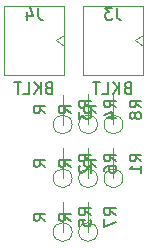
<source format=gbr>
%TF.GenerationSoftware,KiCad,Pcbnew,(6.0.7-1)-1*%
%TF.CreationDate,2023-10-29T11:46:35+10:00*%
%TF.ProjectId,Landing Gear Panel PCB V2,4c616e64-696e-4672-9047-656172205061,rev?*%
%TF.SameCoordinates,Original*%
%TF.FileFunction,AssemblyDrawing,Bot*%
%FSLAX46Y46*%
G04 Gerber Fmt 4.6, Leading zero omitted, Abs format (unit mm)*
G04 Created by KiCad (PCBNEW (6.0.7-1)-1) date 2023-10-29 11:46:35*
%MOMM*%
%LPD*%
G01*
G04 APERTURE LIST*
%ADD10C,0.150000*%
%ADD11C,0.100000*%
G04 APERTURE END LIST*
D10*
%TO.C,J4*%
X80894285Y-69560571D02*
X80751428Y-69608190D01*
X80703809Y-69655809D01*
X80656190Y-69751047D01*
X80656190Y-69893904D01*
X80703809Y-69989142D01*
X80751428Y-70036761D01*
X80846666Y-70084380D01*
X81227619Y-70084380D01*
X81227619Y-69084380D01*
X80894285Y-69084380D01*
X80799047Y-69132000D01*
X80751428Y-69179619D01*
X80703809Y-69274857D01*
X80703809Y-69370095D01*
X80751428Y-69465333D01*
X80799047Y-69512952D01*
X80894285Y-69560571D01*
X81227619Y-69560571D01*
X80227619Y-70084380D02*
X80227619Y-69084380D01*
X79656190Y-70084380D02*
X80084761Y-69512952D01*
X79656190Y-69084380D02*
X80227619Y-69655809D01*
X78751428Y-70084380D02*
X79227619Y-70084380D01*
X79227619Y-69084380D01*
X78560952Y-69084380D02*
X77989523Y-69084380D01*
X78275238Y-70084380D02*
X78275238Y-69084380D01*
X80013333Y-62784380D02*
X80013333Y-63498666D01*
X80060952Y-63641523D01*
X80156190Y-63736761D01*
X80299047Y-63784380D01*
X80394285Y-63784380D01*
X79108571Y-63117714D02*
X79108571Y-63784380D01*
X79346666Y-62736761D02*
X79584761Y-63451047D01*
X78965714Y-63451047D01*
%TO.C,J3*%
X87574285Y-69560571D02*
X87431428Y-69608190D01*
X87383809Y-69655809D01*
X87336190Y-69751047D01*
X87336190Y-69893904D01*
X87383809Y-69989142D01*
X87431428Y-70036761D01*
X87526666Y-70084380D01*
X87907619Y-70084380D01*
X87907619Y-69084380D01*
X87574285Y-69084380D01*
X87479047Y-69132000D01*
X87431428Y-69179619D01*
X87383809Y-69274857D01*
X87383809Y-69370095D01*
X87431428Y-69465333D01*
X87479047Y-69512952D01*
X87574285Y-69560571D01*
X87907619Y-69560571D01*
X86907619Y-70084380D02*
X86907619Y-69084380D01*
X86336190Y-70084380D02*
X86764761Y-69512952D01*
X86336190Y-69084380D02*
X86907619Y-69655809D01*
X85431428Y-70084380D02*
X85907619Y-70084380D01*
X85907619Y-69084380D01*
X85240952Y-69084380D02*
X84669523Y-69084380D01*
X84955238Y-70084380D02*
X84955238Y-69084380D01*
X86693333Y-62784380D02*
X86693333Y-63498666D01*
X86740952Y-63641523D01*
X86836190Y-63736761D01*
X86979047Y-63784380D01*
X87074285Y-63784380D01*
X86312380Y-62784380D02*
X85693333Y-62784380D01*
X86026666Y-63165333D01*
X85883809Y-63165333D01*
X85788571Y-63212952D01*
X85740952Y-63260571D01*
X85693333Y-63355809D01*
X85693333Y-63593904D01*
X85740952Y-63689142D01*
X85788571Y-63736761D01*
X85883809Y-63784380D01*
X86169523Y-63784380D01*
X86264761Y-63736761D01*
X86312380Y-63689142D01*
%TO.C,R1*%
X84932380Y-76259523D02*
X84456190Y-75926190D01*
X84932380Y-75688095D02*
X83932380Y-75688095D01*
X83932380Y-76069047D01*
X83980000Y-76164285D01*
X84027619Y-76211904D01*
X84122857Y-76259523D01*
X84265714Y-76259523D01*
X84360952Y-76211904D01*
X84408571Y-76164285D01*
X84456190Y-76069047D01*
X84456190Y-75688095D01*
X88772380Y-75783333D02*
X88296190Y-75450000D01*
X88772380Y-75211904D02*
X87772380Y-75211904D01*
X87772380Y-75592857D01*
X87820000Y-75688095D01*
X87867619Y-75735714D01*
X87962857Y-75783333D01*
X88105714Y-75783333D01*
X88200952Y-75735714D01*
X88248571Y-75688095D01*
X88296190Y-75592857D01*
X88296190Y-75211904D01*
X88772380Y-76735714D02*
X88772380Y-76164285D01*
X88772380Y-76450000D02*
X87772380Y-76450000D01*
X87915238Y-76354761D01*
X88010476Y-76259523D01*
X88058095Y-76164285D01*
%TO.C,R5*%
X80632380Y-80809523D02*
X80156190Y-80476190D01*
X80632380Y-80238095D02*
X79632380Y-80238095D01*
X79632380Y-80619047D01*
X79680000Y-80714285D01*
X79727619Y-80761904D01*
X79822857Y-80809523D01*
X79965714Y-80809523D01*
X80060952Y-80761904D01*
X80108571Y-80714285D01*
X80156190Y-80619047D01*
X80156190Y-80238095D01*
X84472380Y-80333333D02*
X83996190Y-80000000D01*
X84472380Y-79761904D02*
X83472380Y-79761904D01*
X83472380Y-80142857D01*
X83520000Y-80238095D01*
X83567619Y-80285714D01*
X83662857Y-80333333D01*
X83805714Y-80333333D01*
X83900952Y-80285714D01*
X83948571Y-80238095D01*
X83996190Y-80142857D01*
X83996190Y-79761904D01*
X83472380Y-81238095D02*
X83472380Y-80761904D01*
X83948571Y-80714285D01*
X83900952Y-80761904D01*
X83853333Y-80857142D01*
X83853333Y-81095238D01*
X83900952Y-81190476D01*
X83948571Y-81238095D01*
X84043809Y-81285714D01*
X84281904Y-81285714D01*
X84377142Y-81238095D01*
X84424761Y-81190476D01*
X84472380Y-81095238D01*
X84472380Y-80857142D01*
X84424761Y-80761904D01*
X84377142Y-80714285D01*
%TO.C,R3*%
X80632380Y-71709523D02*
X80156190Y-71376190D01*
X80632380Y-71138095D02*
X79632380Y-71138095D01*
X79632380Y-71519047D01*
X79680000Y-71614285D01*
X79727619Y-71661904D01*
X79822857Y-71709523D01*
X79965714Y-71709523D01*
X80060952Y-71661904D01*
X80108571Y-71614285D01*
X80156190Y-71519047D01*
X80156190Y-71138095D01*
X84472380Y-71233333D02*
X83996190Y-70900000D01*
X84472380Y-70661904D02*
X83472380Y-70661904D01*
X83472380Y-71042857D01*
X83520000Y-71138095D01*
X83567619Y-71185714D01*
X83662857Y-71233333D01*
X83805714Y-71233333D01*
X83900952Y-71185714D01*
X83948571Y-71138095D01*
X83996190Y-71042857D01*
X83996190Y-70661904D01*
X83472380Y-71566666D02*
X83472380Y-72185714D01*
X83853333Y-71852380D01*
X83853333Y-71995238D01*
X83900952Y-72090476D01*
X83948571Y-72138095D01*
X84043809Y-72185714D01*
X84281904Y-72185714D01*
X84377142Y-72138095D01*
X84424761Y-72090476D01*
X84472380Y-71995238D01*
X84472380Y-71709523D01*
X84424761Y-71614285D01*
X84377142Y-71566666D01*
%TO.C,R8*%
X84932380Y-71699523D02*
X84456190Y-71366190D01*
X84932380Y-71128095D02*
X83932380Y-71128095D01*
X83932380Y-71509047D01*
X83980000Y-71604285D01*
X84027619Y-71651904D01*
X84122857Y-71699523D01*
X84265714Y-71699523D01*
X84360952Y-71651904D01*
X84408571Y-71604285D01*
X84456190Y-71509047D01*
X84456190Y-71128095D01*
X88772380Y-71223333D02*
X88296190Y-70890000D01*
X88772380Y-70651904D02*
X87772380Y-70651904D01*
X87772380Y-71032857D01*
X87820000Y-71128095D01*
X87867619Y-71175714D01*
X87962857Y-71223333D01*
X88105714Y-71223333D01*
X88200952Y-71175714D01*
X88248571Y-71128095D01*
X88296190Y-71032857D01*
X88296190Y-70651904D01*
X88200952Y-71794761D02*
X88153333Y-71699523D01*
X88105714Y-71651904D01*
X88010476Y-71604285D01*
X87962857Y-71604285D01*
X87867619Y-71651904D01*
X87820000Y-71699523D01*
X87772380Y-71794761D01*
X87772380Y-71985238D01*
X87820000Y-72080476D01*
X87867619Y-72128095D01*
X87962857Y-72175714D01*
X88010476Y-72175714D01*
X88105714Y-72128095D01*
X88153333Y-72080476D01*
X88200952Y-71985238D01*
X88200952Y-71794761D01*
X88248571Y-71699523D01*
X88296190Y-71651904D01*
X88391428Y-71604285D01*
X88581904Y-71604285D01*
X88677142Y-71651904D01*
X88724761Y-71699523D01*
X88772380Y-71794761D01*
X88772380Y-71985238D01*
X88724761Y-72080476D01*
X88677142Y-72128095D01*
X88581904Y-72175714D01*
X88391428Y-72175714D01*
X88296190Y-72128095D01*
X88248571Y-72080476D01*
X88200952Y-71985238D01*
%TO.C,R7*%
X82782380Y-80809523D02*
X82306190Y-80476190D01*
X82782380Y-80238095D02*
X81782380Y-80238095D01*
X81782380Y-80619047D01*
X81830000Y-80714285D01*
X81877619Y-80761904D01*
X81972857Y-80809523D01*
X82115714Y-80809523D01*
X82210952Y-80761904D01*
X82258571Y-80714285D01*
X82306190Y-80619047D01*
X82306190Y-80238095D01*
X86622380Y-80333333D02*
X86146190Y-80000000D01*
X86622380Y-79761904D02*
X85622380Y-79761904D01*
X85622380Y-80142857D01*
X85670000Y-80238095D01*
X85717619Y-80285714D01*
X85812857Y-80333333D01*
X85955714Y-80333333D01*
X86050952Y-80285714D01*
X86098571Y-80238095D01*
X86146190Y-80142857D01*
X86146190Y-79761904D01*
X85622380Y-80666666D02*
X85622380Y-81333333D01*
X86622380Y-80904761D01*
%TO.C,R2*%
X80632380Y-76259523D02*
X80156190Y-75926190D01*
X80632380Y-75688095D02*
X79632380Y-75688095D01*
X79632380Y-76069047D01*
X79680000Y-76164285D01*
X79727619Y-76211904D01*
X79822857Y-76259523D01*
X79965714Y-76259523D01*
X80060952Y-76211904D01*
X80108571Y-76164285D01*
X80156190Y-76069047D01*
X80156190Y-75688095D01*
X84472380Y-75783333D02*
X83996190Y-75450000D01*
X84472380Y-75211904D02*
X83472380Y-75211904D01*
X83472380Y-75592857D01*
X83520000Y-75688095D01*
X83567619Y-75735714D01*
X83662857Y-75783333D01*
X83805714Y-75783333D01*
X83900952Y-75735714D01*
X83948571Y-75688095D01*
X83996190Y-75592857D01*
X83996190Y-75211904D01*
X83567619Y-76164285D02*
X83520000Y-76211904D01*
X83472380Y-76307142D01*
X83472380Y-76545238D01*
X83520000Y-76640476D01*
X83567619Y-76688095D01*
X83662857Y-76735714D01*
X83758095Y-76735714D01*
X83900952Y-76688095D01*
X84472380Y-76116666D01*
X84472380Y-76735714D01*
%TO.C,R4*%
X82782380Y-71699523D02*
X82306190Y-71366190D01*
X82782380Y-71128095D02*
X81782380Y-71128095D01*
X81782380Y-71509047D01*
X81830000Y-71604285D01*
X81877619Y-71651904D01*
X81972857Y-71699523D01*
X82115714Y-71699523D01*
X82210952Y-71651904D01*
X82258571Y-71604285D01*
X82306190Y-71509047D01*
X82306190Y-71128095D01*
X86622380Y-71223333D02*
X86146190Y-70890000D01*
X86622380Y-70651904D02*
X85622380Y-70651904D01*
X85622380Y-71032857D01*
X85670000Y-71128095D01*
X85717619Y-71175714D01*
X85812857Y-71223333D01*
X85955714Y-71223333D01*
X86050952Y-71175714D01*
X86098571Y-71128095D01*
X86146190Y-71032857D01*
X86146190Y-70651904D01*
X85955714Y-72080476D02*
X86622380Y-72080476D01*
X85574761Y-71842380D02*
X86289047Y-71604285D01*
X86289047Y-72223333D01*
%TO.C,R6*%
X82782380Y-76259523D02*
X82306190Y-75926190D01*
X82782380Y-75688095D02*
X81782380Y-75688095D01*
X81782380Y-76069047D01*
X81830000Y-76164285D01*
X81877619Y-76211904D01*
X81972857Y-76259523D01*
X82115714Y-76259523D01*
X82210952Y-76211904D01*
X82258571Y-76164285D01*
X82306190Y-76069047D01*
X82306190Y-75688095D01*
X86622380Y-75783333D02*
X86146190Y-75450000D01*
X86622380Y-75211904D02*
X85622380Y-75211904D01*
X85622380Y-75592857D01*
X85670000Y-75688095D01*
X85717619Y-75735714D01*
X85812857Y-75783333D01*
X85955714Y-75783333D01*
X86050952Y-75735714D01*
X86098571Y-75688095D01*
X86146190Y-75592857D01*
X86146190Y-75211904D01*
X85622380Y-76640476D02*
X85622380Y-76450000D01*
X85670000Y-76354761D01*
X85717619Y-76307142D01*
X85860476Y-76211904D01*
X86050952Y-76164285D01*
X86431904Y-76164285D01*
X86527142Y-76211904D01*
X86574761Y-76259523D01*
X86622380Y-76354761D01*
X86622380Y-76545238D01*
X86574761Y-76640476D01*
X86527142Y-76688095D01*
X86431904Y-76735714D01*
X86193809Y-76735714D01*
X86098571Y-76688095D01*
X86050952Y-76640476D01*
X86003333Y-76545238D01*
X86003333Y-76354761D01*
X86050952Y-76259523D01*
X86098571Y-76211904D01*
X86193809Y-76164285D01*
D11*
%TO.C,J4*%
X77140000Y-68432000D02*
X77140000Y-62632000D01*
X82220000Y-68432000D02*
X77140000Y-68432000D01*
X82220000Y-62632000D02*
X82220000Y-68432000D01*
X81512893Y-65552000D02*
X82220000Y-66052000D01*
X77140000Y-62632000D02*
X82220000Y-62632000D01*
X82220000Y-65052000D02*
X81512893Y-65552000D01*
%TO.C,J3*%
X83820000Y-68432000D02*
X83820000Y-62632000D01*
X88900000Y-68432000D02*
X83820000Y-68432000D01*
X88900000Y-62632000D02*
X88900000Y-68432000D01*
X88192893Y-65552000D02*
X88900000Y-66052000D01*
X83820000Y-62632000D02*
X88900000Y-62632000D01*
X88900000Y-65052000D02*
X88192893Y-65552000D01*
%TO.C,R1*%
X86400000Y-77220000D02*
X86400000Y-74680000D01*
X87200000Y-77220000D02*
G75*
G03*
X87200000Y-77220000I-800000J0D01*
G01*
%TO.C,R5*%
X82100000Y-81770000D02*
X82100000Y-79230000D01*
X82900000Y-81770000D02*
G75*
G03*
X82900000Y-81770000I-800000J0D01*
G01*
%TO.C,R3*%
X82100000Y-72670000D02*
X82100000Y-70130000D01*
X82900000Y-72670000D02*
G75*
G03*
X82900000Y-72670000I-800000J0D01*
G01*
%TO.C,R8*%
X86400000Y-72660000D02*
X86400000Y-70120000D01*
X87200000Y-72660000D02*
G75*
G03*
X87200000Y-72660000I-800000J0D01*
G01*
%TO.C,R7*%
X84250000Y-81770000D02*
X84250000Y-79230000D01*
X85050000Y-81770000D02*
G75*
G03*
X85050000Y-81770000I-800000J0D01*
G01*
%TO.C,R2*%
X82100000Y-77220000D02*
X82100000Y-74680000D01*
X82900000Y-77220000D02*
G75*
G03*
X82900000Y-77220000I-800000J0D01*
G01*
%TO.C,R4*%
X84250000Y-72660000D02*
X84250000Y-70120000D01*
X85050000Y-72660000D02*
G75*
G03*
X85050000Y-72660000I-800000J0D01*
G01*
%TO.C,R6*%
X84250000Y-77220000D02*
X84250000Y-74680000D01*
X85050000Y-77220000D02*
G75*
G03*
X85050000Y-77220000I-800000J0D01*
G01*
%TD*%
M02*

</source>
